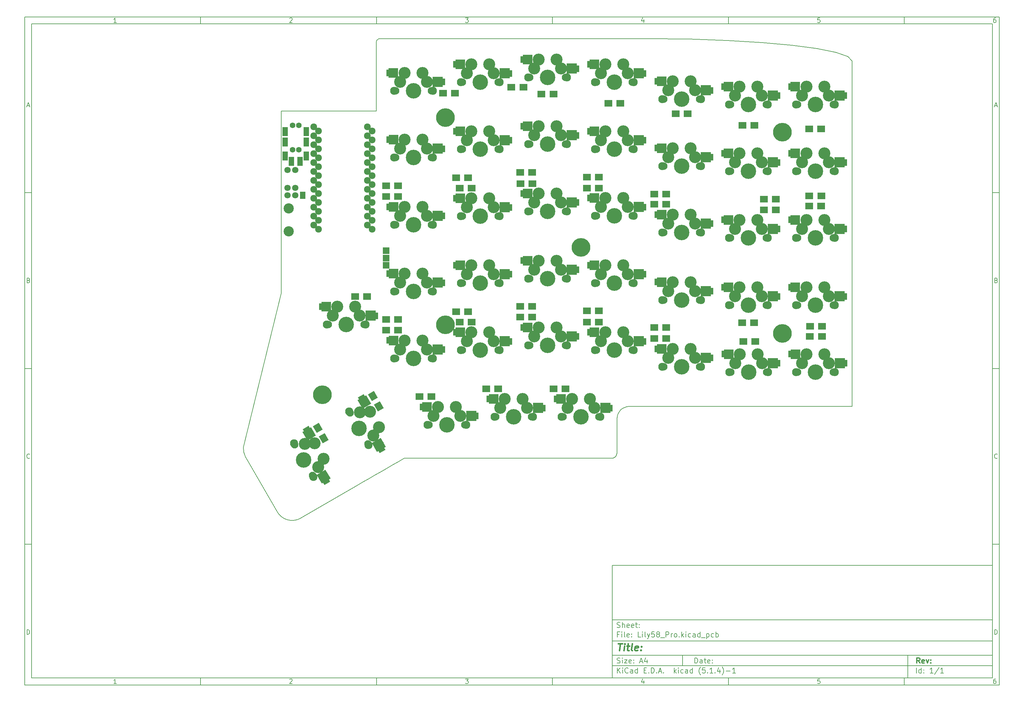
<source format=gts>
G04 #@! TF.GenerationSoftware,KiCad,Pcbnew,(5.1.4)-1*
G04 #@! TF.CreationDate,2020-11-12T20:18:54+01:00*
G04 #@! TF.ProjectId,Lily58_Pro,4c696c79-3538-45f5-9072-6f2e6b696361,rev?*
G04 #@! TF.SameCoordinates,Original*
G04 #@! TF.FileFunction,Soldermask,Top*
G04 #@! TF.FilePolarity,Negative*
%FSLAX46Y46*%
G04 Gerber Fmt 4.6, Leading zero omitted, Abs format (unit mm)*
G04 Created by KiCad (PCBNEW (5.1.4)-1) date 2020-11-12 20:18:54*
%MOMM*%
%LPD*%
G04 APERTURE LIST*
%ADD10C,0.100000*%
%ADD11C,0.150000*%
%ADD12C,0.300000*%
%ADD13C,0.400000*%
%ADD14C,0.200000*%
%ADD15C,3.400000*%
%ADD16C,2.100000*%
%ADD17C,2.300000*%
%ADD18C,4.400000*%
%ADD19C,0.500000*%
%ADD20C,2.900000*%
%ADD21C,2.800000*%
%ADD22C,1.100000*%
%ADD23C,1.900000*%
%ADD24C,5.300000*%
%ADD25R,2.200000X1.900000*%
%ADD26R,2.900000X2.900000*%
%ADD27R,2.800000X2.800000*%
%ADD28R,1.100000X1.900000*%
%ADD29C,1.600000*%
%ADD30R,1.600000X2.500000*%
%ADD31R,1.924000X1.924000*%
%ADD32C,1.924000*%
%ADD33C,1.797000*%
%ADD34R,0.781000X0.781000*%
%ADD35R,1.543000X1.035000*%
G04 APERTURE END LIST*
D10*
D11*
X177002200Y-166007200D02*
X177002200Y-198007200D01*
X285002200Y-198007200D01*
X285002200Y-166007200D01*
X177002200Y-166007200D01*
D10*
D11*
X10000000Y-10000000D02*
X10000000Y-200007200D01*
X287002200Y-200007200D01*
X287002200Y-10000000D01*
X10000000Y-10000000D01*
D10*
D11*
X12000000Y-12000000D02*
X12000000Y-198007200D01*
X285002200Y-198007200D01*
X285002200Y-12000000D01*
X12000000Y-12000000D01*
D10*
D11*
X60000000Y-12000000D02*
X60000000Y-10000000D01*
D10*
D11*
X110000000Y-12000000D02*
X110000000Y-10000000D01*
D10*
D11*
X160000000Y-12000000D02*
X160000000Y-10000000D01*
D10*
D11*
X210000000Y-12000000D02*
X210000000Y-10000000D01*
D10*
D11*
X260000000Y-12000000D02*
X260000000Y-10000000D01*
D10*
D11*
X36065476Y-11588095D02*
X35322619Y-11588095D01*
X35694047Y-11588095D02*
X35694047Y-10288095D01*
X35570238Y-10473809D01*
X35446428Y-10597619D01*
X35322619Y-10659523D01*
D10*
D11*
X85322619Y-10411904D02*
X85384523Y-10350000D01*
X85508333Y-10288095D01*
X85817857Y-10288095D01*
X85941666Y-10350000D01*
X86003571Y-10411904D01*
X86065476Y-10535714D01*
X86065476Y-10659523D01*
X86003571Y-10845238D01*
X85260714Y-11588095D01*
X86065476Y-11588095D01*
D10*
D11*
X135260714Y-10288095D02*
X136065476Y-10288095D01*
X135632142Y-10783333D01*
X135817857Y-10783333D01*
X135941666Y-10845238D01*
X136003571Y-10907142D01*
X136065476Y-11030952D01*
X136065476Y-11340476D01*
X136003571Y-11464285D01*
X135941666Y-11526190D01*
X135817857Y-11588095D01*
X135446428Y-11588095D01*
X135322619Y-11526190D01*
X135260714Y-11464285D01*
D10*
D11*
X185941666Y-10721428D02*
X185941666Y-11588095D01*
X185632142Y-10226190D02*
X185322619Y-11154761D01*
X186127380Y-11154761D01*
D10*
D11*
X236003571Y-10288095D02*
X235384523Y-10288095D01*
X235322619Y-10907142D01*
X235384523Y-10845238D01*
X235508333Y-10783333D01*
X235817857Y-10783333D01*
X235941666Y-10845238D01*
X236003571Y-10907142D01*
X236065476Y-11030952D01*
X236065476Y-11340476D01*
X236003571Y-11464285D01*
X235941666Y-11526190D01*
X235817857Y-11588095D01*
X235508333Y-11588095D01*
X235384523Y-11526190D01*
X235322619Y-11464285D01*
D10*
D11*
X285941666Y-10288095D02*
X285694047Y-10288095D01*
X285570238Y-10350000D01*
X285508333Y-10411904D01*
X285384523Y-10597619D01*
X285322619Y-10845238D01*
X285322619Y-11340476D01*
X285384523Y-11464285D01*
X285446428Y-11526190D01*
X285570238Y-11588095D01*
X285817857Y-11588095D01*
X285941666Y-11526190D01*
X286003571Y-11464285D01*
X286065476Y-11340476D01*
X286065476Y-11030952D01*
X286003571Y-10907142D01*
X285941666Y-10845238D01*
X285817857Y-10783333D01*
X285570238Y-10783333D01*
X285446428Y-10845238D01*
X285384523Y-10907142D01*
X285322619Y-11030952D01*
D10*
D11*
X60000000Y-198007200D02*
X60000000Y-200007200D01*
D10*
D11*
X110000000Y-198007200D02*
X110000000Y-200007200D01*
D10*
D11*
X160000000Y-198007200D02*
X160000000Y-200007200D01*
D10*
D11*
X210000000Y-198007200D02*
X210000000Y-200007200D01*
D10*
D11*
X260000000Y-198007200D02*
X260000000Y-200007200D01*
D10*
D11*
X36065476Y-199595295D02*
X35322619Y-199595295D01*
X35694047Y-199595295D02*
X35694047Y-198295295D01*
X35570238Y-198481009D01*
X35446428Y-198604819D01*
X35322619Y-198666723D01*
D10*
D11*
X85322619Y-198419104D02*
X85384523Y-198357200D01*
X85508333Y-198295295D01*
X85817857Y-198295295D01*
X85941666Y-198357200D01*
X86003571Y-198419104D01*
X86065476Y-198542914D01*
X86065476Y-198666723D01*
X86003571Y-198852438D01*
X85260714Y-199595295D01*
X86065476Y-199595295D01*
D10*
D11*
X135260714Y-198295295D02*
X136065476Y-198295295D01*
X135632142Y-198790533D01*
X135817857Y-198790533D01*
X135941666Y-198852438D01*
X136003571Y-198914342D01*
X136065476Y-199038152D01*
X136065476Y-199347676D01*
X136003571Y-199471485D01*
X135941666Y-199533390D01*
X135817857Y-199595295D01*
X135446428Y-199595295D01*
X135322619Y-199533390D01*
X135260714Y-199471485D01*
D10*
D11*
X185941666Y-198728628D02*
X185941666Y-199595295D01*
X185632142Y-198233390D02*
X185322619Y-199161961D01*
X186127380Y-199161961D01*
D10*
D11*
X236003571Y-198295295D02*
X235384523Y-198295295D01*
X235322619Y-198914342D01*
X235384523Y-198852438D01*
X235508333Y-198790533D01*
X235817857Y-198790533D01*
X235941666Y-198852438D01*
X236003571Y-198914342D01*
X236065476Y-199038152D01*
X236065476Y-199347676D01*
X236003571Y-199471485D01*
X235941666Y-199533390D01*
X235817857Y-199595295D01*
X235508333Y-199595295D01*
X235384523Y-199533390D01*
X235322619Y-199471485D01*
D10*
D11*
X285941666Y-198295295D02*
X285694047Y-198295295D01*
X285570238Y-198357200D01*
X285508333Y-198419104D01*
X285384523Y-198604819D01*
X285322619Y-198852438D01*
X285322619Y-199347676D01*
X285384523Y-199471485D01*
X285446428Y-199533390D01*
X285570238Y-199595295D01*
X285817857Y-199595295D01*
X285941666Y-199533390D01*
X286003571Y-199471485D01*
X286065476Y-199347676D01*
X286065476Y-199038152D01*
X286003571Y-198914342D01*
X285941666Y-198852438D01*
X285817857Y-198790533D01*
X285570238Y-198790533D01*
X285446428Y-198852438D01*
X285384523Y-198914342D01*
X285322619Y-199038152D01*
D10*
D11*
X10000000Y-60000000D02*
X12000000Y-60000000D01*
D10*
D11*
X10000000Y-110000000D02*
X12000000Y-110000000D01*
D10*
D11*
X10000000Y-160000000D02*
X12000000Y-160000000D01*
D10*
D11*
X10690476Y-35216666D02*
X11309523Y-35216666D01*
X10566666Y-35588095D02*
X11000000Y-34288095D01*
X11433333Y-35588095D01*
D10*
D11*
X11092857Y-84907142D02*
X11278571Y-84969047D01*
X11340476Y-85030952D01*
X11402380Y-85154761D01*
X11402380Y-85340476D01*
X11340476Y-85464285D01*
X11278571Y-85526190D01*
X11154761Y-85588095D01*
X10659523Y-85588095D01*
X10659523Y-84288095D01*
X11092857Y-84288095D01*
X11216666Y-84350000D01*
X11278571Y-84411904D01*
X11340476Y-84535714D01*
X11340476Y-84659523D01*
X11278571Y-84783333D01*
X11216666Y-84845238D01*
X11092857Y-84907142D01*
X10659523Y-84907142D01*
D10*
D11*
X11402380Y-135464285D02*
X11340476Y-135526190D01*
X11154761Y-135588095D01*
X11030952Y-135588095D01*
X10845238Y-135526190D01*
X10721428Y-135402380D01*
X10659523Y-135278571D01*
X10597619Y-135030952D01*
X10597619Y-134845238D01*
X10659523Y-134597619D01*
X10721428Y-134473809D01*
X10845238Y-134350000D01*
X11030952Y-134288095D01*
X11154761Y-134288095D01*
X11340476Y-134350000D01*
X11402380Y-134411904D01*
D10*
D11*
X10659523Y-185588095D02*
X10659523Y-184288095D01*
X10969047Y-184288095D01*
X11154761Y-184350000D01*
X11278571Y-184473809D01*
X11340476Y-184597619D01*
X11402380Y-184845238D01*
X11402380Y-185030952D01*
X11340476Y-185278571D01*
X11278571Y-185402380D01*
X11154761Y-185526190D01*
X10969047Y-185588095D01*
X10659523Y-185588095D01*
D10*
D11*
X287002200Y-60000000D02*
X285002200Y-60000000D01*
D10*
D11*
X287002200Y-110000000D02*
X285002200Y-110000000D01*
D10*
D11*
X287002200Y-160000000D02*
X285002200Y-160000000D01*
D10*
D11*
X285692676Y-35216666D02*
X286311723Y-35216666D01*
X285568866Y-35588095D02*
X286002200Y-34288095D01*
X286435533Y-35588095D01*
D10*
D11*
X286095057Y-84907142D02*
X286280771Y-84969047D01*
X286342676Y-85030952D01*
X286404580Y-85154761D01*
X286404580Y-85340476D01*
X286342676Y-85464285D01*
X286280771Y-85526190D01*
X286156961Y-85588095D01*
X285661723Y-85588095D01*
X285661723Y-84288095D01*
X286095057Y-84288095D01*
X286218866Y-84350000D01*
X286280771Y-84411904D01*
X286342676Y-84535714D01*
X286342676Y-84659523D01*
X286280771Y-84783333D01*
X286218866Y-84845238D01*
X286095057Y-84907142D01*
X285661723Y-84907142D01*
D10*
D11*
X286404580Y-135464285D02*
X286342676Y-135526190D01*
X286156961Y-135588095D01*
X286033152Y-135588095D01*
X285847438Y-135526190D01*
X285723628Y-135402380D01*
X285661723Y-135278571D01*
X285599819Y-135030952D01*
X285599819Y-134845238D01*
X285661723Y-134597619D01*
X285723628Y-134473809D01*
X285847438Y-134350000D01*
X286033152Y-134288095D01*
X286156961Y-134288095D01*
X286342676Y-134350000D01*
X286404580Y-134411904D01*
D10*
D11*
X285661723Y-185588095D02*
X285661723Y-184288095D01*
X285971247Y-184288095D01*
X286156961Y-184350000D01*
X286280771Y-184473809D01*
X286342676Y-184597619D01*
X286404580Y-184845238D01*
X286404580Y-185030952D01*
X286342676Y-185278571D01*
X286280771Y-185402380D01*
X286156961Y-185526190D01*
X285971247Y-185588095D01*
X285661723Y-185588095D01*
D10*
D11*
X200434342Y-193785771D02*
X200434342Y-192285771D01*
X200791485Y-192285771D01*
X201005771Y-192357200D01*
X201148628Y-192500057D01*
X201220057Y-192642914D01*
X201291485Y-192928628D01*
X201291485Y-193142914D01*
X201220057Y-193428628D01*
X201148628Y-193571485D01*
X201005771Y-193714342D01*
X200791485Y-193785771D01*
X200434342Y-193785771D01*
X202577200Y-193785771D02*
X202577200Y-193000057D01*
X202505771Y-192857200D01*
X202362914Y-192785771D01*
X202077200Y-192785771D01*
X201934342Y-192857200D01*
X202577200Y-193714342D02*
X202434342Y-193785771D01*
X202077200Y-193785771D01*
X201934342Y-193714342D01*
X201862914Y-193571485D01*
X201862914Y-193428628D01*
X201934342Y-193285771D01*
X202077200Y-193214342D01*
X202434342Y-193214342D01*
X202577200Y-193142914D01*
X203077200Y-192785771D02*
X203648628Y-192785771D01*
X203291485Y-192285771D02*
X203291485Y-193571485D01*
X203362914Y-193714342D01*
X203505771Y-193785771D01*
X203648628Y-193785771D01*
X204720057Y-193714342D02*
X204577200Y-193785771D01*
X204291485Y-193785771D01*
X204148628Y-193714342D01*
X204077200Y-193571485D01*
X204077200Y-193000057D01*
X204148628Y-192857200D01*
X204291485Y-192785771D01*
X204577200Y-192785771D01*
X204720057Y-192857200D01*
X204791485Y-193000057D01*
X204791485Y-193142914D01*
X204077200Y-193285771D01*
X205434342Y-193642914D02*
X205505771Y-193714342D01*
X205434342Y-193785771D01*
X205362914Y-193714342D01*
X205434342Y-193642914D01*
X205434342Y-193785771D01*
X205434342Y-192857200D02*
X205505771Y-192928628D01*
X205434342Y-193000057D01*
X205362914Y-192928628D01*
X205434342Y-192857200D01*
X205434342Y-193000057D01*
D10*
D11*
X177002200Y-194507200D02*
X285002200Y-194507200D01*
D10*
D11*
X178434342Y-196585771D02*
X178434342Y-195085771D01*
X179291485Y-196585771D02*
X178648628Y-195728628D01*
X179291485Y-195085771D02*
X178434342Y-195942914D01*
X179934342Y-196585771D02*
X179934342Y-195585771D01*
X179934342Y-195085771D02*
X179862914Y-195157200D01*
X179934342Y-195228628D01*
X180005771Y-195157200D01*
X179934342Y-195085771D01*
X179934342Y-195228628D01*
X181505771Y-196442914D02*
X181434342Y-196514342D01*
X181220057Y-196585771D01*
X181077200Y-196585771D01*
X180862914Y-196514342D01*
X180720057Y-196371485D01*
X180648628Y-196228628D01*
X180577200Y-195942914D01*
X180577200Y-195728628D01*
X180648628Y-195442914D01*
X180720057Y-195300057D01*
X180862914Y-195157200D01*
X181077200Y-195085771D01*
X181220057Y-195085771D01*
X181434342Y-195157200D01*
X181505771Y-195228628D01*
X182791485Y-196585771D02*
X182791485Y-195800057D01*
X182720057Y-195657200D01*
X182577200Y-195585771D01*
X182291485Y-195585771D01*
X182148628Y-195657200D01*
X182791485Y-196514342D02*
X182648628Y-196585771D01*
X182291485Y-196585771D01*
X182148628Y-196514342D01*
X182077200Y-196371485D01*
X182077200Y-196228628D01*
X182148628Y-196085771D01*
X182291485Y-196014342D01*
X182648628Y-196014342D01*
X182791485Y-195942914D01*
X184148628Y-196585771D02*
X184148628Y-195085771D01*
X184148628Y-196514342D02*
X184005771Y-196585771D01*
X183720057Y-196585771D01*
X183577200Y-196514342D01*
X183505771Y-196442914D01*
X183434342Y-196300057D01*
X183434342Y-195871485D01*
X183505771Y-195728628D01*
X183577200Y-195657200D01*
X183720057Y-195585771D01*
X184005771Y-195585771D01*
X184148628Y-195657200D01*
X186005771Y-195800057D02*
X186505771Y-195800057D01*
X186720057Y-196585771D02*
X186005771Y-196585771D01*
X186005771Y-195085771D01*
X186720057Y-195085771D01*
X187362914Y-196442914D02*
X187434342Y-196514342D01*
X187362914Y-196585771D01*
X187291485Y-196514342D01*
X187362914Y-196442914D01*
X187362914Y-196585771D01*
X188077200Y-196585771D02*
X188077200Y-195085771D01*
X188434342Y-195085771D01*
X188648628Y-195157200D01*
X188791485Y-195300057D01*
X188862914Y-195442914D01*
X188934342Y-195728628D01*
X188934342Y-195942914D01*
X188862914Y-196228628D01*
X188791485Y-196371485D01*
X188648628Y-196514342D01*
X188434342Y-196585771D01*
X188077200Y-196585771D01*
X189577200Y-196442914D02*
X189648628Y-196514342D01*
X189577200Y-196585771D01*
X189505771Y-196514342D01*
X189577200Y-196442914D01*
X189577200Y-196585771D01*
X190220057Y-196157200D02*
X190934342Y-196157200D01*
X190077200Y-196585771D02*
X190577200Y-195085771D01*
X191077200Y-196585771D01*
X191577200Y-196442914D02*
X191648628Y-196514342D01*
X191577200Y-196585771D01*
X191505771Y-196514342D01*
X191577200Y-196442914D01*
X191577200Y-196585771D01*
X194577200Y-196585771D02*
X194577200Y-195085771D01*
X194720057Y-196014342D02*
X195148628Y-196585771D01*
X195148628Y-195585771D02*
X194577200Y-196157200D01*
X195791485Y-196585771D02*
X195791485Y-195585771D01*
X195791485Y-195085771D02*
X195720057Y-195157200D01*
X195791485Y-195228628D01*
X195862914Y-195157200D01*
X195791485Y-195085771D01*
X195791485Y-195228628D01*
X197148628Y-196514342D02*
X197005771Y-196585771D01*
X196720057Y-196585771D01*
X196577200Y-196514342D01*
X196505771Y-196442914D01*
X196434342Y-196300057D01*
X196434342Y-195871485D01*
X196505771Y-195728628D01*
X196577200Y-195657200D01*
X196720057Y-195585771D01*
X197005771Y-195585771D01*
X197148628Y-195657200D01*
X198434342Y-196585771D02*
X198434342Y-195800057D01*
X198362914Y-195657200D01*
X198220057Y-195585771D01*
X197934342Y-195585771D01*
X197791485Y-195657200D01*
X198434342Y-196514342D02*
X198291485Y-196585771D01*
X197934342Y-196585771D01*
X197791485Y-196514342D01*
X197720057Y-196371485D01*
X197720057Y-196228628D01*
X197791485Y-196085771D01*
X197934342Y-196014342D01*
X198291485Y-196014342D01*
X198434342Y-195942914D01*
X199791485Y-196585771D02*
X199791485Y-195085771D01*
X199791485Y-196514342D02*
X199648628Y-196585771D01*
X199362914Y-196585771D01*
X199220057Y-196514342D01*
X199148628Y-196442914D01*
X199077200Y-196300057D01*
X199077200Y-195871485D01*
X199148628Y-195728628D01*
X199220057Y-195657200D01*
X199362914Y-195585771D01*
X199648628Y-195585771D01*
X199791485Y-195657200D01*
X202077200Y-197157200D02*
X202005771Y-197085771D01*
X201862914Y-196871485D01*
X201791485Y-196728628D01*
X201720057Y-196514342D01*
X201648628Y-196157200D01*
X201648628Y-195871485D01*
X201720057Y-195514342D01*
X201791485Y-195300057D01*
X201862914Y-195157200D01*
X202005771Y-194942914D01*
X202077200Y-194871485D01*
X203362914Y-195085771D02*
X202648628Y-195085771D01*
X202577200Y-195800057D01*
X202648628Y-195728628D01*
X202791485Y-195657200D01*
X203148628Y-195657200D01*
X203291485Y-195728628D01*
X203362914Y-195800057D01*
X203434342Y-195942914D01*
X203434342Y-196300057D01*
X203362914Y-196442914D01*
X203291485Y-196514342D01*
X203148628Y-196585771D01*
X202791485Y-196585771D01*
X202648628Y-196514342D01*
X202577200Y-196442914D01*
X204077200Y-196442914D02*
X204148628Y-196514342D01*
X204077200Y-196585771D01*
X204005771Y-196514342D01*
X204077200Y-196442914D01*
X204077200Y-196585771D01*
X205577200Y-196585771D02*
X204720057Y-196585771D01*
X205148628Y-196585771D02*
X205148628Y-195085771D01*
X205005771Y-195300057D01*
X204862914Y-195442914D01*
X204720057Y-195514342D01*
X206220057Y-196442914D02*
X206291485Y-196514342D01*
X206220057Y-196585771D01*
X206148628Y-196514342D01*
X206220057Y-196442914D01*
X206220057Y-196585771D01*
X207577200Y-195585771D02*
X207577200Y-196585771D01*
X207220057Y-195014342D02*
X206862914Y-196085771D01*
X207791485Y-196085771D01*
X208220057Y-197157200D02*
X208291485Y-197085771D01*
X208434342Y-196871485D01*
X208505771Y-196728628D01*
X208577200Y-196514342D01*
X208648628Y-196157200D01*
X208648628Y-195871485D01*
X208577200Y-195514342D01*
X208505771Y-195300057D01*
X208434342Y-195157200D01*
X208291485Y-194942914D01*
X208220057Y-194871485D01*
X209362914Y-196014342D02*
X210505771Y-196014342D01*
X212005771Y-196585771D02*
X211148628Y-196585771D01*
X211577200Y-196585771D02*
X211577200Y-195085771D01*
X211434342Y-195300057D01*
X211291485Y-195442914D01*
X211148628Y-195514342D01*
D10*
D11*
X177002200Y-191507200D02*
X285002200Y-191507200D01*
D10*
D12*
X264411485Y-193785771D02*
X263911485Y-193071485D01*
X263554342Y-193785771D02*
X263554342Y-192285771D01*
X264125771Y-192285771D01*
X264268628Y-192357200D01*
X264340057Y-192428628D01*
X264411485Y-192571485D01*
X264411485Y-192785771D01*
X264340057Y-192928628D01*
X264268628Y-193000057D01*
X264125771Y-193071485D01*
X263554342Y-193071485D01*
X265625771Y-193714342D02*
X265482914Y-193785771D01*
X265197200Y-193785771D01*
X265054342Y-193714342D01*
X264982914Y-193571485D01*
X264982914Y-193000057D01*
X265054342Y-192857200D01*
X265197200Y-192785771D01*
X265482914Y-192785771D01*
X265625771Y-192857200D01*
X265697200Y-193000057D01*
X265697200Y-193142914D01*
X264982914Y-193285771D01*
X266197200Y-192785771D02*
X266554342Y-193785771D01*
X266911485Y-192785771D01*
X267482914Y-193642914D02*
X267554342Y-193714342D01*
X267482914Y-193785771D01*
X267411485Y-193714342D01*
X267482914Y-193642914D01*
X267482914Y-193785771D01*
X267482914Y-192857200D02*
X267554342Y-192928628D01*
X267482914Y-193000057D01*
X267411485Y-192928628D01*
X267482914Y-192857200D01*
X267482914Y-193000057D01*
D10*
D11*
X178362914Y-193714342D02*
X178577200Y-193785771D01*
X178934342Y-193785771D01*
X179077200Y-193714342D01*
X179148628Y-193642914D01*
X179220057Y-193500057D01*
X179220057Y-193357200D01*
X179148628Y-193214342D01*
X179077200Y-193142914D01*
X178934342Y-193071485D01*
X178648628Y-193000057D01*
X178505771Y-192928628D01*
X178434342Y-192857200D01*
X178362914Y-192714342D01*
X178362914Y-192571485D01*
X178434342Y-192428628D01*
X178505771Y-192357200D01*
X178648628Y-192285771D01*
X179005771Y-192285771D01*
X179220057Y-192357200D01*
X179862914Y-193785771D02*
X179862914Y-192785771D01*
X179862914Y-192285771D02*
X179791485Y-192357200D01*
X179862914Y-192428628D01*
X179934342Y-192357200D01*
X179862914Y-192285771D01*
X179862914Y-192428628D01*
X180434342Y-192785771D02*
X181220057Y-192785771D01*
X180434342Y-193785771D01*
X181220057Y-193785771D01*
X182362914Y-193714342D02*
X182220057Y-193785771D01*
X181934342Y-193785771D01*
X181791485Y-193714342D01*
X181720057Y-193571485D01*
X181720057Y-193000057D01*
X181791485Y-192857200D01*
X181934342Y-192785771D01*
X182220057Y-192785771D01*
X182362914Y-192857200D01*
X182434342Y-193000057D01*
X182434342Y-193142914D01*
X181720057Y-193285771D01*
X183077200Y-193642914D02*
X183148628Y-193714342D01*
X183077200Y-193785771D01*
X183005771Y-193714342D01*
X183077200Y-193642914D01*
X183077200Y-193785771D01*
X183077200Y-192857200D02*
X183148628Y-192928628D01*
X183077200Y-193000057D01*
X183005771Y-192928628D01*
X183077200Y-192857200D01*
X183077200Y-193000057D01*
X184862914Y-193357200D02*
X185577200Y-193357200D01*
X184720057Y-193785771D02*
X185220057Y-192285771D01*
X185720057Y-193785771D01*
X186862914Y-192785771D02*
X186862914Y-193785771D01*
X186505771Y-192214342D02*
X186148628Y-193285771D01*
X187077200Y-193285771D01*
D10*
D11*
X263434342Y-196585771D02*
X263434342Y-195085771D01*
X264791485Y-196585771D02*
X264791485Y-195085771D01*
X264791485Y-196514342D02*
X264648628Y-196585771D01*
X264362914Y-196585771D01*
X264220057Y-196514342D01*
X264148628Y-196442914D01*
X264077200Y-196300057D01*
X264077200Y-195871485D01*
X264148628Y-195728628D01*
X264220057Y-195657200D01*
X264362914Y-195585771D01*
X264648628Y-195585771D01*
X264791485Y-195657200D01*
X265505771Y-196442914D02*
X265577200Y-196514342D01*
X265505771Y-196585771D01*
X265434342Y-196514342D01*
X265505771Y-196442914D01*
X265505771Y-196585771D01*
X265505771Y-195657200D02*
X265577200Y-195728628D01*
X265505771Y-195800057D01*
X265434342Y-195728628D01*
X265505771Y-195657200D01*
X265505771Y-195800057D01*
X268148628Y-196585771D02*
X267291485Y-196585771D01*
X267720057Y-196585771D02*
X267720057Y-195085771D01*
X267577200Y-195300057D01*
X267434342Y-195442914D01*
X267291485Y-195514342D01*
X269862914Y-195014342D02*
X268577200Y-196942914D01*
X271148628Y-196585771D02*
X270291485Y-196585771D01*
X270720057Y-196585771D02*
X270720057Y-195085771D01*
X270577200Y-195300057D01*
X270434342Y-195442914D01*
X270291485Y-195514342D01*
D10*
D11*
X177002200Y-187507200D02*
X285002200Y-187507200D01*
D10*
D13*
X178714580Y-188211961D02*
X179857438Y-188211961D01*
X179036009Y-190211961D02*
X179286009Y-188211961D01*
X180274104Y-190211961D02*
X180440771Y-188878628D01*
X180524104Y-188211961D02*
X180416961Y-188307200D01*
X180500295Y-188402438D01*
X180607438Y-188307200D01*
X180524104Y-188211961D01*
X180500295Y-188402438D01*
X181107438Y-188878628D02*
X181869342Y-188878628D01*
X181476485Y-188211961D02*
X181262200Y-189926247D01*
X181333628Y-190116723D01*
X181512200Y-190211961D01*
X181702676Y-190211961D01*
X182655057Y-190211961D02*
X182476485Y-190116723D01*
X182405057Y-189926247D01*
X182619342Y-188211961D01*
X184190771Y-190116723D02*
X183988390Y-190211961D01*
X183607438Y-190211961D01*
X183428866Y-190116723D01*
X183357438Y-189926247D01*
X183452676Y-189164342D01*
X183571723Y-188973866D01*
X183774104Y-188878628D01*
X184155057Y-188878628D01*
X184333628Y-188973866D01*
X184405057Y-189164342D01*
X184381247Y-189354819D01*
X183405057Y-189545295D01*
X185155057Y-190021485D02*
X185238390Y-190116723D01*
X185131247Y-190211961D01*
X185047914Y-190116723D01*
X185155057Y-190021485D01*
X185131247Y-190211961D01*
X185286009Y-188973866D02*
X185369342Y-189069104D01*
X185262200Y-189164342D01*
X185178866Y-189069104D01*
X185286009Y-188973866D01*
X185262200Y-189164342D01*
D10*
D11*
X178934342Y-185600057D02*
X178434342Y-185600057D01*
X178434342Y-186385771D02*
X178434342Y-184885771D01*
X179148628Y-184885771D01*
X179720057Y-186385771D02*
X179720057Y-185385771D01*
X179720057Y-184885771D02*
X179648628Y-184957200D01*
X179720057Y-185028628D01*
X179791485Y-184957200D01*
X179720057Y-184885771D01*
X179720057Y-185028628D01*
X180648628Y-186385771D02*
X180505771Y-186314342D01*
X180434342Y-186171485D01*
X180434342Y-184885771D01*
X181791485Y-186314342D02*
X181648628Y-186385771D01*
X181362914Y-186385771D01*
X181220057Y-186314342D01*
X181148628Y-186171485D01*
X181148628Y-185600057D01*
X181220057Y-185457200D01*
X181362914Y-185385771D01*
X181648628Y-185385771D01*
X181791485Y-185457200D01*
X181862914Y-185600057D01*
X181862914Y-185742914D01*
X181148628Y-185885771D01*
X182505771Y-186242914D02*
X182577200Y-186314342D01*
X182505771Y-186385771D01*
X182434342Y-186314342D01*
X182505771Y-186242914D01*
X182505771Y-186385771D01*
X182505771Y-185457200D02*
X182577200Y-185528628D01*
X182505771Y-185600057D01*
X182434342Y-185528628D01*
X182505771Y-185457200D01*
X182505771Y-185600057D01*
X185077200Y-186385771D02*
X184362914Y-186385771D01*
X184362914Y-184885771D01*
X185577200Y-186385771D02*
X185577200Y-185385771D01*
X185577200Y-184885771D02*
X185505771Y-184957200D01*
X185577200Y-185028628D01*
X185648628Y-184957200D01*
X185577200Y-184885771D01*
X185577200Y-185028628D01*
X186505771Y-186385771D02*
X186362914Y-186314342D01*
X186291485Y-186171485D01*
X186291485Y-184885771D01*
X186934342Y-185385771D02*
X187291485Y-186385771D01*
X187648628Y-185385771D02*
X187291485Y-186385771D01*
X187148628Y-186742914D01*
X187077200Y-186814342D01*
X186934342Y-186885771D01*
X188934342Y-184885771D02*
X188220057Y-184885771D01*
X188148628Y-185600057D01*
X188220057Y-185528628D01*
X188362914Y-185457200D01*
X188720057Y-185457200D01*
X188862914Y-185528628D01*
X188934342Y-185600057D01*
X189005771Y-185742914D01*
X189005771Y-186100057D01*
X188934342Y-186242914D01*
X188862914Y-186314342D01*
X188720057Y-186385771D01*
X188362914Y-186385771D01*
X188220057Y-186314342D01*
X188148628Y-186242914D01*
X189862914Y-185528628D02*
X189720057Y-185457200D01*
X189648628Y-185385771D01*
X189577200Y-185242914D01*
X189577200Y-185171485D01*
X189648628Y-185028628D01*
X189720057Y-184957200D01*
X189862914Y-184885771D01*
X190148628Y-184885771D01*
X190291485Y-184957200D01*
X190362914Y-185028628D01*
X190434342Y-185171485D01*
X190434342Y-185242914D01*
X190362914Y-185385771D01*
X190291485Y-185457200D01*
X190148628Y-185528628D01*
X189862914Y-185528628D01*
X189720057Y-185600057D01*
X189648628Y-185671485D01*
X189577200Y-185814342D01*
X189577200Y-186100057D01*
X189648628Y-186242914D01*
X189720057Y-186314342D01*
X189862914Y-186385771D01*
X190148628Y-186385771D01*
X190291485Y-186314342D01*
X190362914Y-186242914D01*
X190434342Y-186100057D01*
X190434342Y-185814342D01*
X190362914Y-185671485D01*
X190291485Y-185600057D01*
X190148628Y-185528628D01*
X190720057Y-186528628D02*
X191862914Y-186528628D01*
X192220057Y-186385771D02*
X192220057Y-184885771D01*
X192791485Y-184885771D01*
X192934342Y-184957200D01*
X193005771Y-185028628D01*
X193077200Y-185171485D01*
X193077200Y-185385771D01*
X193005771Y-185528628D01*
X192934342Y-185600057D01*
X192791485Y-185671485D01*
X192220057Y-185671485D01*
X193720057Y-186385771D02*
X193720057Y-185385771D01*
X193720057Y-185671485D02*
X193791485Y-185528628D01*
X193862914Y-185457200D01*
X194005771Y-185385771D01*
X194148628Y-185385771D01*
X194862914Y-186385771D02*
X194720057Y-186314342D01*
X194648628Y-186242914D01*
X194577200Y-186100057D01*
X194577200Y-185671485D01*
X194648628Y-185528628D01*
X194720057Y-185457200D01*
X194862914Y-185385771D01*
X195077200Y-185385771D01*
X195220057Y-185457200D01*
X195291485Y-185528628D01*
X195362914Y-185671485D01*
X195362914Y-186100057D01*
X195291485Y-186242914D01*
X195220057Y-186314342D01*
X195077200Y-186385771D01*
X194862914Y-186385771D01*
X196005771Y-186242914D02*
X196077200Y-186314342D01*
X196005771Y-186385771D01*
X195934342Y-186314342D01*
X196005771Y-186242914D01*
X196005771Y-186385771D01*
X196720057Y-186385771D02*
X196720057Y-184885771D01*
X196862914Y-185814342D02*
X197291485Y-186385771D01*
X197291485Y-185385771D02*
X196720057Y-185957200D01*
X197934342Y-186385771D02*
X197934342Y-185385771D01*
X197934342Y-184885771D02*
X197862914Y-184957200D01*
X197934342Y-185028628D01*
X198005771Y-184957200D01*
X197934342Y-184885771D01*
X197934342Y-185028628D01*
X199291485Y-186314342D02*
X199148628Y-186385771D01*
X198862914Y-186385771D01*
X198720057Y-186314342D01*
X198648628Y-186242914D01*
X198577200Y-186100057D01*
X198577200Y-185671485D01*
X198648628Y-185528628D01*
X198720057Y-185457200D01*
X198862914Y-185385771D01*
X199148628Y-185385771D01*
X199291485Y-185457200D01*
X200577200Y-186385771D02*
X200577200Y-185600057D01*
X200505771Y-185457200D01*
X200362914Y-185385771D01*
X200077200Y-185385771D01*
X199934342Y-185457200D01*
X200577200Y-186314342D02*
X200434342Y-186385771D01*
X200077200Y-186385771D01*
X199934342Y-186314342D01*
X199862914Y-186171485D01*
X199862914Y-186028628D01*
X199934342Y-185885771D01*
X200077200Y-185814342D01*
X200434342Y-185814342D01*
X200577200Y-185742914D01*
X201934342Y-186385771D02*
X201934342Y-184885771D01*
X201934342Y-186314342D02*
X201791485Y-186385771D01*
X201505771Y-186385771D01*
X201362914Y-186314342D01*
X201291485Y-186242914D01*
X201220057Y-186100057D01*
X201220057Y-185671485D01*
X201291485Y-185528628D01*
X201362914Y-185457200D01*
X201505771Y-185385771D01*
X201791485Y-185385771D01*
X201934342Y-185457200D01*
X202291485Y-186528628D02*
X203434342Y-186528628D01*
X203791485Y-185385771D02*
X203791485Y-186885771D01*
X203791485Y-185457200D02*
X203934342Y-185385771D01*
X204220057Y-185385771D01*
X204362914Y-185457200D01*
X204434342Y-185528628D01*
X204505771Y-185671485D01*
X204505771Y-186100057D01*
X204434342Y-186242914D01*
X204362914Y-186314342D01*
X204220057Y-186385771D01*
X203934342Y-186385771D01*
X203791485Y-186314342D01*
X205791485Y-186314342D02*
X205648628Y-186385771D01*
X205362914Y-186385771D01*
X205220057Y-186314342D01*
X205148628Y-186242914D01*
X205077200Y-186100057D01*
X205077200Y-185671485D01*
X205148628Y-185528628D01*
X205220057Y-185457200D01*
X205362914Y-185385771D01*
X205648628Y-185385771D01*
X205791485Y-185457200D01*
X206434342Y-186385771D02*
X206434342Y-184885771D01*
X206434342Y-185457200D02*
X206577200Y-185385771D01*
X206862914Y-185385771D01*
X207005771Y-185457200D01*
X207077200Y-185528628D01*
X207148628Y-185671485D01*
X207148628Y-186100057D01*
X207077200Y-186242914D01*
X207005771Y-186314342D01*
X206862914Y-186385771D01*
X206577200Y-186385771D01*
X206434342Y-186314342D01*
D10*
D11*
X177002200Y-181507200D02*
X285002200Y-181507200D01*
D10*
D11*
X178362914Y-183614342D02*
X178577200Y-183685771D01*
X178934342Y-183685771D01*
X179077200Y-183614342D01*
X179148628Y-183542914D01*
X179220057Y-183400057D01*
X179220057Y-183257200D01*
X179148628Y-183114342D01*
X179077200Y-183042914D01*
X178934342Y-182971485D01*
X178648628Y-182900057D01*
X178505771Y-182828628D01*
X178434342Y-182757200D01*
X178362914Y-182614342D01*
X178362914Y-182471485D01*
X178434342Y-182328628D01*
X178505771Y-182257200D01*
X178648628Y-182185771D01*
X179005771Y-182185771D01*
X179220057Y-182257200D01*
X179862914Y-183685771D02*
X179862914Y-182185771D01*
X180505771Y-183685771D02*
X180505771Y-182900057D01*
X180434342Y-182757200D01*
X180291485Y-182685771D01*
X180077200Y-182685771D01*
X179934342Y-182757200D01*
X179862914Y-182828628D01*
X181791485Y-183614342D02*
X181648628Y-183685771D01*
X181362914Y-183685771D01*
X181220057Y-183614342D01*
X181148628Y-183471485D01*
X181148628Y-182900057D01*
X181220057Y-182757200D01*
X181362914Y-182685771D01*
X181648628Y-182685771D01*
X181791485Y-182757200D01*
X181862914Y-182900057D01*
X181862914Y-183042914D01*
X181148628Y-183185771D01*
X183077200Y-183614342D02*
X182934342Y-183685771D01*
X182648628Y-183685771D01*
X182505771Y-183614342D01*
X182434342Y-183471485D01*
X182434342Y-182900057D01*
X182505771Y-182757200D01*
X182648628Y-182685771D01*
X182934342Y-182685771D01*
X183077200Y-182757200D01*
X183148628Y-182900057D01*
X183148628Y-183042914D01*
X182434342Y-183185771D01*
X183577200Y-182685771D02*
X184148628Y-182685771D01*
X183791485Y-182185771D02*
X183791485Y-183471485D01*
X183862914Y-183614342D01*
X184005771Y-183685771D01*
X184148628Y-183685771D01*
X184648628Y-183542914D02*
X184720057Y-183614342D01*
X184648628Y-183685771D01*
X184577200Y-183614342D01*
X184648628Y-183542914D01*
X184648628Y-183685771D01*
X184648628Y-182757200D02*
X184720057Y-182828628D01*
X184648628Y-182900057D01*
X184577200Y-182828628D01*
X184648628Y-182757200D01*
X184648628Y-182900057D01*
D10*
D11*
X197002200Y-191507200D02*
X197002200Y-194507200D01*
D10*
D11*
X261002200Y-191507200D02*
X261002200Y-198007200D01*
X72674503Y-134960305D02*
G75*
G02X72175000Y-132325000I4376397J2194505D01*
G01*
X88345583Y-152620389D02*
G75*
G02X81699101Y-150634699I-2328483J4322489D01*
G01*
X72674503Y-134960305D02*
X81699101Y-150634699D01*
X104456758Y-143271756D02*
X88345583Y-152620389D01*
X245120000Y-120789735D02*
X245120000Y-22546755D01*
X223959999Y-120789735D02*
X245120000Y-120789735D01*
X109898210Y-36780000D02*
X109898210Y-17246762D01*
X82940000Y-36780000D02*
X109898210Y-36780000D01*
X82937528Y-38136762D02*
X82940000Y-36780000D01*
D14*
X240549319Y-20073847D02*
X235185697Y-18995159D01*
X235185697Y-18995159D02*
X228080758Y-18055561D01*
X116186619Y-136480784D02*
X117862313Y-135510645D01*
X114510925Y-137450923D02*
X116186619Y-136480784D01*
X82937528Y-50750629D02*
X82937528Y-44443695D01*
X82937528Y-57057562D02*
X82937528Y-50750629D01*
X142171711Y-16196762D02*
X131763877Y-16196762D01*
X218692418Y-120789735D02*
X223959999Y-120789735D01*
X213424836Y-120789735D02*
X218692418Y-120789735D01*
X208157255Y-120789735D02*
X213424836Y-120789735D01*
X202889673Y-120789735D02*
X208157255Y-120789735D01*
X197622092Y-120789735D02*
X202889673Y-120789735D01*
X192354511Y-120789735D02*
X197622092Y-120789735D01*
X187086929Y-120789735D02*
X192354511Y-120789735D01*
X181819348Y-120789735D02*
X187086929Y-120789735D01*
X181113524Y-120860778D02*
X181819348Y-120789735D01*
X180456326Y-121064561D02*
X181113524Y-120860778D01*
X179861773Y-121387065D02*
X180456326Y-121064561D01*
X179343884Y-121814271D02*
X179861773Y-121387065D01*
X178916678Y-122332160D02*
X179343884Y-121814271D01*
X178594174Y-122926713D02*
X178916678Y-122332160D01*
X178390391Y-123583911D02*
X178594174Y-122926713D01*
X178319348Y-124289735D02*
X178390391Y-123583911D01*
X219467654Y-17280488D02*
X209579538Y-16695374D01*
X228080758Y-18055561D02*
X219467654Y-17280488D01*
X198649563Y-16325654D02*
X186910881Y-16196762D01*
X209579538Y-16695374D02*
X198649563Y-16325654D01*
X177658308Y-135255660D02*
X177403500Y-135393876D01*
X177880261Y-135072571D02*
X177658308Y-135255660D01*
X178063349Y-134850619D02*
X177880261Y-135072571D01*
X178201565Y-134595810D02*
X178063349Y-134850619D01*
X178288901Y-134314154D02*
X178201565Y-134595810D01*
X178319348Y-134034052D02*
X178288901Y-134314154D01*
X82937528Y-69671429D02*
X82937528Y-63364495D01*
X82937528Y-75978362D02*
X82937528Y-69671429D01*
X82937528Y-82285296D02*
X82937528Y-75978362D01*
X82937528Y-88592229D02*
X82937528Y-82285296D01*
X131763877Y-16196762D02*
X121356044Y-16196762D01*
X152579545Y-16196762D02*
X142171711Y-16196762D01*
X162987379Y-16196762D02*
X152579545Y-16196762D01*
X173395213Y-16196762D02*
X162987379Y-16196762D01*
X186910881Y-16196762D02*
X173395213Y-16196762D01*
X110360937Y-16375961D02*
X110539303Y-16279210D01*
X110205570Y-16504123D02*
X110360937Y-16375961D01*
X110077409Y-16659489D02*
X110205570Y-16504123D01*
X109980657Y-16837855D02*
X110077409Y-16659489D01*
X109919523Y-17035015D02*
X109980657Y-16837855D01*
X109898210Y-17246762D02*
X109919523Y-17035015D01*
X110736462Y-16218075D02*
X110948210Y-16196762D01*
X110539303Y-16279210D02*
X110736462Y-16218075D01*
X121356044Y-16196762D02*
X110948210Y-16196762D01*
X82937528Y-63364495D02*
X82937528Y-57057562D01*
X82937528Y-44443695D02*
X82937528Y-38136762D01*
X82937777Y-88592317D02*
X72175000Y-132325000D01*
X112835230Y-138421062D02*
X114510925Y-137450923D01*
X111159536Y-139391201D02*
X112835230Y-138421062D01*
X109483841Y-140361340D02*
X111159536Y-139391201D01*
X107808147Y-141331479D02*
X109483841Y-140361340D01*
X106132452Y-142301617D02*
X107808147Y-141331479D01*
X104456758Y-143271756D02*
X106132452Y-142301617D01*
X169449826Y-135511658D02*
X176819348Y-135511658D01*
X162080304Y-135511658D02*
X169449826Y-135511658D01*
X154710782Y-135511658D02*
X162080304Y-135511658D01*
X147341260Y-135511658D02*
X154710782Y-135511658D01*
X139971738Y-135511658D02*
X147341260Y-135511658D01*
X132602217Y-135511658D02*
X139971738Y-135511658D01*
X125232695Y-135511658D02*
X132602217Y-135511658D01*
X117863173Y-135511658D02*
X125232695Y-135511658D01*
X178319348Y-132816013D02*
X178319348Y-134034052D01*
X178319348Y-131597973D02*
X178319348Y-132816013D01*
X178319348Y-130379933D02*
X178319348Y-131597973D01*
X178319348Y-129161894D02*
X178319348Y-130379933D01*
X178319348Y-127943854D02*
X178319348Y-129161894D01*
X178319348Y-126725814D02*
X178319348Y-127943854D01*
X178319348Y-125507775D02*
X178319348Y-126725814D01*
X178319348Y-124289735D02*
X178319348Y-125507775D01*
X177121844Y-135481211D02*
X176819348Y-135511658D01*
X177403500Y-135393876D02*
X177121844Y-135481211D01*
X243938471Y-21266190D02*
X240549319Y-20073847D01*
X245120000Y-22546755D02*
X243938471Y-21266190D01*
D15*
X89601105Y-131472843D03*
D16*
X86766400Y-131642991D03*
X91846400Y-140441809D03*
D17*
X92056400Y-140805540D03*
X86556400Y-131279260D03*
D18*
X89306400Y-136042400D03*
D15*
X94975809Y-135702105D03*
D19*
X89628246Y-131439853D03*
X93453246Y-138064947D03*
D20*
X94956105Y-140747975D03*
D10*
G36*
X96936842Y-141278712D02*
G01*
X94425368Y-142728712D01*
X92975368Y-140217238D01*
X95486842Y-138767238D01*
X96936842Y-141278712D01*
X96936842Y-141278712D01*
G37*
D15*
X92435809Y-131302695D03*
X93411105Y-138071957D03*
D21*
X90855809Y-128566055D03*
D10*
G36*
X92768245Y-129078491D02*
G01*
X90343373Y-130478491D01*
X88943373Y-128053619D01*
X91368245Y-126653619D01*
X92768245Y-129078491D01*
X92768245Y-129078491D01*
G37*
D15*
X93411105Y-138071957D03*
D22*
X95721464Y-142153616D03*
D10*
G36*
X94623740Y-142152302D02*
G01*
X96269188Y-141202302D01*
X96819188Y-142154930D01*
X95173740Y-143104930D01*
X94623740Y-142152302D01*
X94623740Y-142152302D01*
G37*
D22*
X90123130Y-127257017D03*
D10*
G36*
X89025406Y-127255703D02*
G01*
X90670854Y-126305703D01*
X91220854Y-127258331D01*
X89575406Y-128208331D01*
X89025406Y-127255703D01*
X89025406Y-127255703D01*
G37*
D23*
X94983300Y-129819400D03*
D10*
G36*
X93610576Y-129341772D02*
G01*
X95256024Y-128391772D01*
X96356024Y-130297028D01*
X94710576Y-131247028D01*
X93610576Y-129341772D01*
X93610576Y-129341772D01*
G37*
D23*
X93283300Y-126874914D03*
D10*
G36*
X91910576Y-126397286D02*
G01*
X93556024Y-125447286D01*
X94656024Y-127352542D01*
X93010576Y-128302542D01*
X91910576Y-126397286D01*
X91910576Y-126397286D01*
G37*
D24*
X168110000Y-75590000D03*
D25*
X236560000Y-100850000D03*
X233160000Y-100850000D03*
X236580000Y-97950000D03*
X233180000Y-97950000D03*
X236360000Y-63800000D03*
X232960000Y-63800000D03*
X236380000Y-60920000D03*
X232980000Y-60920000D03*
D15*
X230890000Y-32359999D03*
D16*
X229620000Y-34900000D03*
X239780000Y-34900000D03*
D17*
X240200000Y-34900000D03*
X229200000Y-34900000D03*
D18*
X234700000Y-34900000D03*
D15*
X237240000Y-29820000D03*
D19*
X230875000Y-32320000D03*
X238525000Y-32320000D03*
D26*
X241600000Y-32359999D03*
D15*
X232160000Y-29820000D03*
X238510000Y-32360000D03*
D27*
X229000000Y-29820000D03*
D15*
X238510000Y-32360000D03*
D28*
X243200000Y-32400000D03*
X227500000Y-29800000D03*
D15*
X230940000Y-108459999D03*
D16*
X229670000Y-111000000D03*
X239830000Y-111000000D03*
D17*
X240250000Y-111000000D03*
X229250000Y-111000000D03*
D18*
X234750000Y-111000000D03*
D15*
X237290000Y-105920000D03*
D19*
X230925000Y-108420000D03*
X238575000Y-108420000D03*
D26*
X241650000Y-108459999D03*
D15*
X232210000Y-105920000D03*
X238560000Y-108460000D03*
D27*
X229050000Y-105920000D03*
D15*
X238560000Y-108460000D03*
D28*
X243250000Y-108500000D03*
X227550000Y-105900000D03*
D15*
X230890000Y-89459999D03*
D16*
X229620000Y-92000000D03*
X239780000Y-92000000D03*
D17*
X240200000Y-92000000D03*
X229200000Y-92000000D03*
D18*
X234700000Y-92000000D03*
D15*
X237240000Y-86920000D03*
D19*
X230875000Y-89420000D03*
X238525000Y-89420000D03*
D26*
X241600000Y-89459999D03*
D15*
X232160000Y-86920000D03*
X238510000Y-89460000D03*
D27*
X229000000Y-86920000D03*
D15*
X238510000Y-89460000D03*
D28*
X243200000Y-89500000D03*
X227500000Y-86900000D03*
D15*
X230890000Y-70259999D03*
D16*
X229620000Y-72800000D03*
X239780000Y-72800000D03*
D17*
X240200000Y-72800000D03*
X229200000Y-72800000D03*
D18*
X234700000Y-72800000D03*
D15*
X237240000Y-67720000D03*
D19*
X230875000Y-70220000D03*
X238525000Y-70220000D03*
D26*
X241600000Y-70259999D03*
D15*
X232160000Y-67720000D03*
X238510000Y-70260000D03*
D27*
X229000000Y-67720000D03*
D15*
X238510000Y-70260000D03*
D28*
X243200000Y-70300000D03*
X227500000Y-67700000D03*
D15*
X230890000Y-51359999D03*
D16*
X229620000Y-53900000D03*
X239780000Y-53900000D03*
D17*
X240200000Y-53900000D03*
X229200000Y-53900000D03*
D18*
X234700000Y-53900000D03*
D15*
X237240000Y-48820000D03*
D19*
X230875000Y-51320000D03*
X238525000Y-51320000D03*
D26*
X241600000Y-51359999D03*
D15*
X232160000Y-48820000D03*
X238510000Y-51360000D03*
D27*
X229000000Y-48820000D03*
D15*
X238510000Y-51360000D03*
D28*
X243200000Y-51400000D03*
X227500000Y-48800000D03*
D25*
X236370000Y-41890000D03*
X232970000Y-41890000D03*
D15*
X211890000Y-51359999D03*
D16*
X210620000Y-53900000D03*
X220780000Y-53900000D03*
D17*
X221200000Y-53900000D03*
X210200000Y-53900000D03*
D18*
X215700000Y-53900000D03*
D15*
X218240000Y-48820000D03*
D19*
X211875000Y-51320000D03*
X219525000Y-51320000D03*
D26*
X222600000Y-51359999D03*
D15*
X213160000Y-48820000D03*
X219510000Y-51360000D03*
D27*
X210000000Y-48820000D03*
D15*
X219510000Y-51360000D03*
D28*
X224200000Y-51400000D03*
X208500000Y-48800000D03*
D15*
X211890000Y-32359999D03*
D16*
X210620000Y-34900000D03*
X220780000Y-34900000D03*
D17*
X221200000Y-34900000D03*
X210200000Y-34900000D03*
D18*
X215700000Y-34900000D03*
D15*
X218240000Y-29820000D03*
D19*
X211875000Y-32320000D03*
X219525000Y-32320000D03*
D26*
X222600000Y-32359999D03*
D15*
X213160000Y-29820000D03*
X219510000Y-32360000D03*
D27*
X210000000Y-29820000D03*
D15*
X219510000Y-32360000D03*
D28*
X224200000Y-32400000D03*
X208500000Y-29800000D03*
D15*
X192890000Y-30859999D03*
D16*
X191620000Y-33400000D03*
X201780000Y-33400000D03*
D17*
X202200000Y-33400000D03*
X191200000Y-33400000D03*
D18*
X196700000Y-33400000D03*
D15*
X199240000Y-28320000D03*
D19*
X192875000Y-30820000D03*
X200525000Y-30820000D03*
D26*
X203600000Y-30859999D03*
D15*
X194160000Y-28320000D03*
X200510000Y-30860000D03*
D27*
X191000000Y-28320000D03*
D15*
X200510000Y-30860000D03*
D28*
X205200000Y-30900000D03*
X189500000Y-28300000D03*
D15*
X173790000Y-26059999D03*
D16*
X172520000Y-28600000D03*
X182680000Y-28600000D03*
D17*
X183100000Y-28600000D03*
X172100000Y-28600000D03*
D18*
X177600000Y-28600000D03*
D15*
X180140000Y-23520000D03*
D19*
X173775000Y-26020000D03*
X181425000Y-26020000D03*
D26*
X184500000Y-26059999D03*
D15*
X175060000Y-23520000D03*
X181410000Y-26060000D03*
D27*
X171900000Y-23520000D03*
D15*
X181410000Y-26060000D03*
D28*
X186100000Y-26100000D03*
X170400000Y-23500000D03*
D15*
X154790000Y-24669999D03*
D16*
X153520000Y-27210000D03*
X163680000Y-27210000D03*
D17*
X164100000Y-27210000D03*
X153100000Y-27210000D03*
D18*
X158600000Y-27210000D03*
D15*
X161140000Y-22130000D03*
D19*
X154775000Y-24630000D03*
X162425000Y-24630000D03*
D26*
X165500000Y-24669999D03*
D15*
X156060000Y-22130000D03*
X162410000Y-24670000D03*
D27*
X152900000Y-22130000D03*
D15*
X162410000Y-24670000D03*
D28*
X167100000Y-24710000D03*
X151400000Y-22110000D03*
D15*
X135690000Y-26059999D03*
D16*
X134420000Y-28600000D03*
X144580000Y-28600000D03*
D17*
X145000000Y-28600000D03*
X134000000Y-28600000D03*
D18*
X139500000Y-28600000D03*
D15*
X142040000Y-23520000D03*
D19*
X135675000Y-26020000D03*
X143325000Y-26020000D03*
D26*
X146400000Y-26059999D03*
D15*
X136960000Y-23520000D03*
X143310000Y-26060000D03*
D27*
X133800000Y-23520000D03*
D15*
X143310000Y-26060000D03*
D28*
X148000000Y-26100000D03*
X132300000Y-23500000D03*
D15*
X116680000Y-28459999D03*
D16*
X115410000Y-31000000D03*
X125570000Y-31000000D03*
D17*
X125990000Y-31000000D03*
X114990000Y-31000000D03*
D18*
X120490000Y-31000000D03*
D15*
X123030000Y-25920000D03*
D19*
X116665000Y-28420000D03*
X124315000Y-28420000D03*
D26*
X127390000Y-28459999D03*
D15*
X117950000Y-25920000D03*
X124300000Y-28460000D03*
D27*
X114790000Y-25920000D03*
D15*
X124300000Y-28460000D03*
D28*
X128990000Y-28500000D03*
X113290000Y-25900000D03*
D25*
X217400000Y-40860000D03*
X214000000Y-40860000D03*
X198390000Y-37530000D03*
X194990000Y-37530000D03*
X179280000Y-34530000D03*
X175880000Y-34530000D03*
X160270000Y-31920000D03*
X156870000Y-31920000D03*
X151720000Y-30040000D03*
X148320000Y-30040000D03*
X132270000Y-31690000D03*
X128870000Y-31690000D03*
X163700000Y-115800000D03*
X160300000Y-115800000D03*
X144600000Y-115800000D03*
X141200000Y-115800000D03*
X125600000Y-118000000D03*
X122200000Y-118000000D03*
D23*
X110650000Y-120772243D03*
D10*
G36*
X109277276Y-120294615D02*
G01*
X110922724Y-119344615D01*
X112022724Y-121249871D01*
X110377276Y-122199871D01*
X109277276Y-120294615D01*
X109277276Y-120294615D01*
G37*
D23*
X108950000Y-117827757D03*
D10*
G36*
X107577276Y-117350129D02*
G01*
X109222724Y-116400129D01*
X110322724Y-118305385D01*
X108677276Y-119255385D01*
X107577276Y-117350129D01*
X107577276Y-117350129D01*
G37*
D25*
X107300000Y-89500000D03*
X103900000Y-89500000D03*
X173200000Y-55600000D03*
X169800000Y-55600000D03*
X154200000Y-54200000D03*
X150800000Y-54200000D03*
X136000000Y-55700000D03*
X132600000Y-55700000D03*
X116100000Y-58000000D03*
X112700000Y-58000000D03*
D15*
X192890000Y-68759999D03*
D16*
X191620000Y-71300000D03*
X201780000Y-71300000D03*
D17*
X202200000Y-71300000D03*
X191200000Y-71300000D03*
D18*
X196700000Y-71300000D03*
D15*
X199240000Y-66220000D03*
D19*
X192875000Y-68720000D03*
X200525000Y-68720000D03*
D26*
X203600000Y-68759999D03*
D15*
X194160000Y-66220000D03*
X200510000Y-68760000D03*
D27*
X191000000Y-66220000D03*
D15*
X200510000Y-68760000D03*
D28*
X205200000Y-68800000D03*
X189500000Y-66200000D03*
D15*
X145190000Y-121209999D03*
D16*
X143920000Y-123750000D03*
X154080000Y-123750000D03*
D17*
X154500000Y-123750000D03*
X143500000Y-123750000D03*
D18*
X149000000Y-123750000D03*
D15*
X151540000Y-118670000D03*
D19*
X145175000Y-121170000D03*
X152825000Y-121170000D03*
D26*
X155900000Y-121209999D03*
D15*
X146460000Y-118670000D03*
X152810000Y-121210000D03*
D27*
X143300000Y-118670000D03*
D15*
X152810000Y-121210000D03*
D28*
X157500000Y-121250000D03*
X141800000Y-118650000D03*
D15*
X192890000Y-87959999D03*
D16*
X191620000Y-90500000D03*
X201780000Y-90500000D03*
D17*
X202200000Y-90500000D03*
X191200000Y-90500000D03*
D18*
X196700000Y-90500000D03*
D15*
X199240000Y-85420000D03*
D19*
X192875000Y-87920000D03*
X200525000Y-87920000D03*
D26*
X203600000Y-87959999D03*
D15*
X194160000Y-85420000D03*
X200510000Y-87960000D03*
D27*
X191000000Y-85420000D03*
D15*
X200510000Y-87960000D03*
D28*
X205200000Y-88000000D03*
X189500000Y-85400000D03*
D15*
X192890000Y-49859999D03*
D16*
X191620000Y-52400000D03*
X201780000Y-52400000D03*
D17*
X202200000Y-52400000D03*
X191200000Y-52400000D03*
D18*
X196700000Y-52400000D03*
D15*
X199240000Y-47320000D03*
D19*
X192875000Y-49820000D03*
X200525000Y-49820000D03*
D26*
X203600000Y-49859999D03*
D15*
X194160000Y-47320000D03*
X200510000Y-49860000D03*
D27*
X191000000Y-47320000D03*
D15*
X200510000Y-49860000D03*
D28*
X205200000Y-49900000D03*
X189500000Y-47300000D03*
D15*
X173790000Y-45059999D03*
D16*
X172520000Y-47600000D03*
X182680000Y-47600000D03*
D17*
X183100000Y-47600000D03*
X172100000Y-47600000D03*
D18*
X177600000Y-47600000D03*
D15*
X180140000Y-42520000D03*
D19*
X173775000Y-45020000D03*
X181425000Y-45020000D03*
D26*
X184500000Y-45059999D03*
D15*
X175060000Y-42520000D03*
X181410000Y-45060000D03*
D27*
X171900000Y-42520000D03*
D15*
X181410000Y-45060000D03*
D28*
X186100000Y-45100000D03*
X170400000Y-42500000D03*
D15*
X135690000Y-45059999D03*
D16*
X134420000Y-47600000D03*
X144580000Y-47600000D03*
D17*
X145000000Y-47600000D03*
X134000000Y-47600000D03*
D18*
X139500000Y-47600000D03*
D15*
X142040000Y-42520000D03*
D19*
X135675000Y-45020000D03*
X143325000Y-45020000D03*
D26*
X146400000Y-45059999D03*
D15*
X136960000Y-42520000D03*
X143310000Y-45060000D03*
D27*
X133800000Y-42520000D03*
D15*
X143310000Y-45060000D03*
D28*
X148000000Y-45100000D03*
X132300000Y-42500000D03*
D15*
X105294705Y-122430443D03*
D16*
X102460000Y-122600591D03*
X107540000Y-131399409D03*
D17*
X107750000Y-131763140D03*
X102250000Y-122236860D03*
D18*
X105000000Y-127000000D03*
D15*
X110669409Y-126659705D03*
D19*
X105321846Y-122397453D03*
X109146846Y-129022547D03*
D20*
X110649705Y-131705575D03*
D10*
G36*
X112630442Y-132236312D02*
G01*
X110118968Y-133686312D01*
X108668968Y-131174838D01*
X111180442Y-129724838D01*
X112630442Y-132236312D01*
X112630442Y-132236312D01*
G37*
D15*
X108129409Y-122260295D03*
X109104705Y-129029557D03*
D21*
X106549409Y-119523655D03*
D10*
G36*
X108461845Y-120036091D02*
G01*
X106036973Y-121436091D01*
X104636973Y-119011219D01*
X107061845Y-117611219D01*
X108461845Y-120036091D01*
X108461845Y-120036091D01*
G37*
D15*
X109104705Y-129029557D03*
D22*
X111415064Y-133111216D03*
D10*
G36*
X110317340Y-133109902D02*
G01*
X111962788Y-132159902D01*
X112512788Y-133112530D01*
X110867340Y-134062530D01*
X110317340Y-133109902D01*
X110317340Y-133109902D01*
G37*
D22*
X105816730Y-118214617D03*
D10*
G36*
X104719006Y-118213303D02*
G01*
X106364454Y-117263303D01*
X106914454Y-118215931D01*
X105269006Y-119165931D01*
X104719006Y-118213303D01*
X104719006Y-118213303D01*
G37*
D15*
X164290000Y-121209999D03*
D16*
X163020000Y-123750000D03*
X173180000Y-123750000D03*
D17*
X173600000Y-123750000D03*
X162600000Y-123750000D03*
D18*
X168100000Y-123750000D03*
D15*
X170640000Y-118670000D03*
D19*
X164275000Y-121170000D03*
X171925000Y-121170000D03*
D26*
X175000000Y-121209999D03*
D15*
X165560000Y-118670000D03*
X171910000Y-121210000D03*
D27*
X162400000Y-118670000D03*
D15*
X171910000Y-121210000D03*
D28*
X176600000Y-121250000D03*
X160900000Y-118650000D03*
D15*
X126190000Y-123459999D03*
D16*
X124920000Y-126000000D03*
X135080000Y-126000000D03*
D17*
X135500000Y-126000000D03*
X124500000Y-126000000D03*
D18*
X130000000Y-126000000D03*
D15*
X132540000Y-120920000D03*
D19*
X126175000Y-123420000D03*
X133825000Y-123420000D03*
D26*
X136900000Y-123459999D03*
D15*
X127460000Y-120920000D03*
X133810000Y-123460000D03*
D27*
X124300000Y-120920000D03*
D15*
X133810000Y-123460000D03*
D28*
X138500000Y-123500000D03*
X122800000Y-120900000D03*
D15*
X97590000Y-94959999D03*
D16*
X96320000Y-97500000D03*
X106480000Y-97500000D03*
D17*
X106900000Y-97500000D03*
X95900000Y-97500000D03*
D18*
X101400000Y-97500000D03*
D15*
X103940000Y-92420000D03*
D19*
X97575000Y-94920000D03*
X105225000Y-94920000D03*
D26*
X108300000Y-94959999D03*
D15*
X98860000Y-92420000D03*
X105210000Y-94960000D03*
D27*
X95700000Y-92420000D03*
D15*
X105210000Y-94960000D03*
D28*
X109900000Y-95000000D03*
X94200000Y-92400000D03*
D15*
X211940000Y-108459999D03*
D16*
X210670000Y-111000000D03*
X220830000Y-111000000D03*
D17*
X221250000Y-111000000D03*
X210250000Y-111000000D03*
D18*
X215750000Y-111000000D03*
D15*
X218290000Y-105920000D03*
D19*
X211925000Y-108420000D03*
X219575000Y-108420000D03*
D26*
X222650000Y-108459999D03*
D15*
X213210000Y-105920000D03*
X219560000Y-108460000D03*
D27*
X210050000Y-105920000D03*
D15*
X219560000Y-108460000D03*
D28*
X224250000Y-108500000D03*
X208550000Y-105900000D03*
D15*
X192890000Y-106959999D03*
D16*
X191620000Y-109500000D03*
X201780000Y-109500000D03*
D17*
X202200000Y-109500000D03*
X191200000Y-109500000D03*
D18*
X196700000Y-109500000D03*
D15*
X199240000Y-104420000D03*
D19*
X192875000Y-106920000D03*
X200525000Y-106920000D03*
D26*
X203600000Y-106959999D03*
D15*
X194160000Y-104420000D03*
X200510000Y-106960000D03*
D27*
X191000000Y-104420000D03*
D15*
X200510000Y-106960000D03*
D28*
X205200000Y-107000000D03*
X189500000Y-104400000D03*
D15*
X173790000Y-102259999D03*
D16*
X172520000Y-104800000D03*
X182680000Y-104800000D03*
D17*
X183100000Y-104800000D03*
X172100000Y-104800000D03*
D18*
X177600000Y-104800000D03*
D15*
X180140000Y-99720000D03*
D19*
X173775000Y-102220000D03*
X181425000Y-102220000D03*
D26*
X184500000Y-102259999D03*
D15*
X175060000Y-99720000D03*
X181410000Y-102260000D03*
D27*
X171900000Y-99720000D03*
D15*
X181410000Y-102260000D03*
D28*
X186100000Y-102300000D03*
X170400000Y-99700000D03*
D15*
X154790000Y-100859999D03*
D16*
X153520000Y-103400000D03*
X163680000Y-103400000D03*
D17*
X164100000Y-103400000D03*
X153100000Y-103400000D03*
D18*
X158600000Y-103400000D03*
D15*
X161140000Y-98320000D03*
D19*
X154775000Y-100820000D03*
X162425000Y-100820000D03*
D26*
X165500000Y-100859999D03*
D15*
X156060000Y-98320000D03*
X162410000Y-100860000D03*
D27*
X152900000Y-98320000D03*
D15*
X162410000Y-100860000D03*
D28*
X167100000Y-100900000D03*
X151400000Y-98300000D03*
D15*
X135690000Y-102259999D03*
D16*
X134420000Y-104800000D03*
X144580000Y-104800000D03*
D17*
X145000000Y-104800000D03*
X134000000Y-104800000D03*
D18*
X139500000Y-104800000D03*
D15*
X142040000Y-99720000D03*
D19*
X135675000Y-102220000D03*
X143325000Y-102220000D03*
D26*
X146400000Y-102259999D03*
D15*
X136960000Y-99720000D03*
X143310000Y-102260000D03*
D27*
X133800000Y-99720000D03*
D15*
X143310000Y-102260000D03*
D28*
X148000000Y-102300000D03*
X132300000Y-99700000D03*
D15*
X116690000Y-104559999D03*
D16*
X115420000Y-107100000D03*
X125580000Y-107100000D03*
D17*
X126000000Y-107100000D03*
X115000000Y-107100000D03*
D18*
X120500000Y-107100000D03*
D15*
X123040000Y-102020000D03*
D19*
X116675000Y-104520000D03*
X124325000Y-104520000D03*
D26*
X127400000Y-104559999D03*
D15*
X117960000Y-102020000D03*
X124310000Y-104560000D03*
D27*
X114800000Y-102020000D03*
D15*
X124310000Y-104560000D03*
D28*
X129000000Y-104600000D03*
X113300000Y-102000000D03*
D15*
X211890000Y-89459999D03*
D16*
X210620000Y-92000000D03*
X220780000Y-92000000D03*
D17*
X221200000Y-92000000D03*
X210200000Y-92000000D03*
D18*
X215700000Y-92000000D03*
D15*
X218240000Y-86920000D03*
D19*
X211875000Y-89420000D03*
X219525000Y-89420000D03*
D26*
X222600000Y-89459999D03*
D15*
X213160000Y-86920000D03*
X219510000Y-89460000D03*
D27*
X210000000Y-86920000D03*
D15*
X219510000Y-89460000D03*
D28*
X224200000Y-89500000D03*
X208500000Y-86900000D03*
D15*
X173790000Y-83159999D03*
D16*
X172520000Y-85700000D03*
X182680000Y-85700000D03*
D17*
X183100000Y-85700000D03*
X172100000Y-85700000D03*
D18*
X177600000Y-85700000D03*
D15*
X180140000Y-80620000D03*
D19*
X173775000Y-83120000D03*
X181425000Y-83120000D03*
D26*
X184500000Y-83159999D03*
D15*
X175060000Y-80620000D03*
X181410000Y-83160000D03*
D27*
X171900000Y-80620000D03*
D15*
X181410000Y-83160000D03*
D28*
X186100000Y-83200000D03*
X170400000Y-80600000D03*
D15*
X154790000Y-81859999D03*
D16*
X153520000Y-84400000D03*
X163680000Y-84400000D03*
D17*
X164100000Y-84400000D03*
X153100000Y-84400000D03*
D18*
X158600000Y-84400000D03*
D15*
X161140000Y-79320000D03*
D19*
X154775000Y-81820000D03*
X162425000Y-81820000D03*
D26*
X165500000Y-81859999D03*
D15*
X156060000Y-79320000D03*
X162410000Y-81860000D03*
D27*
X152900000Y-79320000D03*
D15*
X162410000Y-81860000D03*
D28*
X167100000Y-81900000D03*
X151400000Y-79300000D03*
D15*
X135690000Y-83159999D03*
D16*
X134420000Y-85700000D03*
X144580000Y-85700000D03*
D17*
X145000000Y-85700000D03*
X134000000Y-85700000D03*
D18*
X139500000Y-85700000D03*
D15*
X142040000Y-80620000D03*
D19*
X135675000Y-83120000D03*
X143325000Y-83120000D03*
D26*
X146400000Y-83159999D03*
D15*
X136960000Y-80620000D03*
X143310000Y-83160000D03*
D27*
X133800000Y-80620000D03*
D15*
X143310000Y-83160000D03*
D28*
X148000000Y-83200000D03*
X132300000Y-80600000D03*
D15*
X116690000Y-85559999D03*
D16*
X115420000Y-88100000D03*
X125580000Y-88100000D03*
D17*
X126000000Y-88100000D03*
X115000000Y-88100000D03*
D18*
X120500000Y-88100000D03*
D15*
X123040000Y-83020000D03*
D19*
X116675000Y-85520000D03*
X124325000Y-85520000D03*
D26*
X127400000Y-85559999D03*
D15*
X117960000Y-83020000D03*
X124310000Y-85560000D03*
D27*
X114800000Y-83020000D03*
D15*
X124310000Y-85560000D03*
D28*
X129000000Y-85600000D03*
X113300000Y-83000000D03*
D15*
X211890000Y-70259999D03*
D16*
X210620000Y-72800000D03*
X220780000Y-72800000D03*
D17*
X221200000Y-72800000D03*
X210200000Y-72800000D03*
D18*
X215700000Y-72800000D03*
D15*
X218240000Y-67720000D03*
D19*
X211875000Y-70220000D03*
X219525000Y-70220000D03*
D26*
X222600000Y-70259999D03*
D15*
X213160000Y-67720000D03*
X219510000Y-70260000D03*
D27*
X210000000Y-67720000D03*
D15*
X219510000Y-70260000D03*
D28*
X224200000Y-70300000D03*
X208500000Y-67700000D03*
D15*
X173790000Y-64059999D03*
D16*
X172520000Y-66600000D03*
X182680000Y-66600000D03*
D17*
X183100000Y-66600000D03*
X172100000Y-66600000D03*
D18*
X177600000Y-66600000D03*
D15*
X180140000Y-61520000D03*
D19*
X173775000Y-64020000D03*
X181425000Y-64020000D03*
D26*
X184500000Y-64059999D03*
D15*
X175060000Y-61520000D03*
X181410000Y-64060000D03*
D27*
X171900000Y-61520000D03*
D15*
X181410000Y-64060000D03*
D28*
X186100000Y-64100000D03*
X170400000Y-61500000D03*
D15*
X154790000Y-62759999D03*
D16*
X153520000Y-65300000D03*
X163680000Y-65300000D03*
D17*
X164100000Y-65300000D03*
X153100000Y-65300000D03*
D18*
X158600000Y-65300000D03*
D15*
X161140000Y-60220000D03*
D19*
X154775000Y-62720000D03*
X162425000Y-62720000D03*
D26*
X165500000Y-62759999D03*
D15*
X156060000Y-60220000D03*
X162410000Y-62760000D03*
D27*
X152900000Y-60220000D03*
D15*
X162410000Y-62760000D03*
D28*
X167100000Y-62800000D03*
X151400000Y-60200000D03*
D15*
X135690000Y-64159999D03*
D16*
X134420000Y-66700000D03*
X144580000Y-66700000D03*
D17*
X145000000Y-66700000D03*
X134000000Y-66700000D03*
D18*
X139500000Y-66700000D03*
D15*
X142040000Y-61620000D03*
D19*
X135675000Y-64120000D03*
X143325000Y-64120000D03*
D26*
X146400000Y-64159999D03*
D15*
X136960000Y-61620000D03*
X143310000Y-64160000D03*
D27*
X133800000Y-61620000D03*
D15*
X143310000Y-64160000D03*
D28*
X148000000Y-64200000D03*
X132300000Y-61600000D03*
D15*
X116690000Y-66559999D03*
D16*
X115420000Y-69100000D03*
X125580000Y-69100000D03*
D17*
X126000000Y-69100000D03*
X115000000Y-69100000D03*
D18*
X120500000Y-69100000D03*
D15*
X123040000Y-64020000D03*
D19*
X116675000Y-66520000D03*
X124325000Y-66520000D03*
D26*
X127400000Y-66559999D03*
D15*
X117960000Y-64020000D03*
X124310000Y-66560000D03*
D27*
X114800000Y-64020000D03*
D15*
X124310000Y-66560000D03*
D28*
X129000000Y-66600000D03*
X113300000Y-64000000D03*
D15*
X154790000Y-43669999D03*
D16*
X153520000Y-46210000D03*
X163680000Y-46210000D03*
D17*
X164100000Y-46210000D03*
X153100000Y-46210000D03*
D18*
X158600000Y-46210000D03*
D15*
X161140000Y-41130000D03*
D19*
X154775000Y-43630000D03*
X162425000Y-43630000D03*
D26*
X165500000Y-43669999D03*
D15*
X156060000Y-41130000D03*
X162410000Y-43670000D03*
D27*
X152900000Y-41130000D03*
D15*
X162410000Y-43670000D03*
D28*
X167100000Y-43710000D03*
X151400000Y-41110000D03*
D15*
X116690000Y-47459999D03*
D16*
X115420000Y-50000000D03*
X125580000Y-50000000D03*
D17*
X126000000Y-50000000D03*
X115000000Y-50000000D03*
D18*
X120500000Y-50000000D03*
D15*
X123040000Y-44920000D03*
D19*
X116675000Y-47420000D03*
X124325000Y-47420000D03*
D26*
X127400000Y-47459999D03*
D15*
X117960000Y-44920000D03*
X124310000Y-47460000D03*
D27*
X114800000Y-44920000D03*
D15*
X124310000Y-47460000D03*
D28*
X129000000Y-47500000D03*
X113300000Y-44900000D03*
D29*
X86150000Y-47800000D03*
X86150000Y-40800000D03*
D30*
X84050000Y-49600000D03*
X88250000Y-51100000D03*
X84050000Y-42600000D03*
X84050000Y-45600000D03*
D29*
X87900000Y-40800000D03*
X87900000Y-47800000D03*
D30*
X90000000Y-42600000D03*
X90000000Y-45600000D03*
X90000000Y-49600000D03*
X85800000Y-51100000D03*
D31*
X112700000Y-76500000D03*
X112700000Y-78600000D03*
X112700000Y-80600000D03*
D32*
X107420000Y-41230000D03*
X107420000Y-43770000D03*
X107420000Y-46310000D03*
X107420000Y-48850000D03*
X107420000Y-51390000D03*
X107420000Y-53930000D03*
X107420000Y-56470000D03*
X107420000Y-59010000D03*
X107420000Y-61550000D03*
X107420000Y-64090000D03*
X107420000Y-66630000D03*
X107420000Y-69170000D03*
X92180000Y-69170000D03*
X92180000Y-66630000D03*
X92180000Y-64090000D03*
X92180000Y-61550000D03*
X92180000Y-59010000D03*
X92180000Y-56470000D03*
X92180000Y-53930000D03*
X92180000Y-51390000D03*
X92180000Y-48850000D03*
X92180000Y-46310000D03*
X92180000Y-43770000D03*
X92180000Y-41230000D03*
X108718815Y-52585745D03*
X108718815Y-57665745D03*
X93478815Y-42425745D03*
X108718815Y-44965745D03*
X108718815Y-67825745D03*
X93478815Y-70365745D03*
X108718815Y-60205745D03*
X108718815Y-62745745D03*
X93478815Y-60205745D03*
X93478815Y-65285745D03*
X93478815Y-52585745D03*
X93478815Y-50045745D03*
X93478815Y-44965745D03*
X93478815Y-55125745D03*
X108718815Y-70365745D03*
X93478815Y-62745745D03*
X108718815Y-42425745D03*
X108718815Y-47505745D03*
X93478815Y-67825745D03*
X108718815Y-50045745D03*
X108718815Y-55125745D03*
X93478815Y-57665745D03*
X108718815Y-65285745D03*
X93478815Y-47505745D03*
D24*
X129600000Y-38600000D03*
X225300000Y-42800000D03*
X129600000Y-97600000D03*
X225300000Y-100000000D03*
X94615000Y-117475000D03*
D33*
X84700000Y-60700000D03*
X86900000Y-60700000D03*
X86938035Y-58579272D03*
X86938035Y-53499272D03*
X84688035Y-53499272D03*
X84688035Y-58579272D03*
D20*
X85000000Y-70950000D03*
X85000000Y-64450000D03*
D34*
X89000000Y-60700000D03*
D35*
X89000000Y-60199620D03*
X89000000Y-61200380D03*
D25*
X192300000Y-60400000D03*
X188900000Y-60400000D03*
X220100000Y-61800000D03*
X223500000Y-61800000D03*
X116100000Y-61100000D03*
X112700000Y-61100000D03*
X137000000Y-58700000D03*
X133600000Y-58700000D03*
X154300000Y-57400000D03*
X150900000Y-57400000D03*
X169800000Y-58700000D03*
X173200000Y-58700000D03*
X192300000Y-63300000D03*
X188900000Y-63300000D03*
X223500000Y-64900000D03*
X220100000Y-64900000D03*
X112700000Y-96000000D03*
X116100000Y-96000000D03*
X136000000Y-93800000D03*
X132600000Y-93800000D03*
X154200000Y-92300000D03*
X150800000Y-92300000D03*
X169800000Y-93600000D03*
X173200000Y-93600000D03*
X188900000Y-98300000D03*
X192300000Y-98300000D03*
X217310000Y-96990000D03*
X213910000Y-96990000D03*
X116100000Y-99100000D03*
X112700000Y-99100000D03*
X133600000Y-96800000D03*
X137000000Y-96800000D03*
X154200000Y-95400000D03*
X150800000Y-95400000D03*
X169800000Y-96800000D03*
X173200000Y-96800000D03*
X192300000Y-101500000D03*
X188900000Y-101500000D03*
X214240000Y-102320000D03*
X217640000Y-102320000D03*
M02*

</source>
